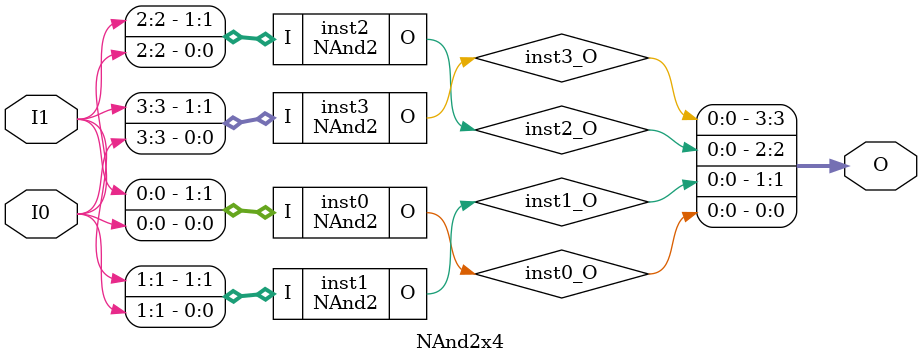
<source format=v>
module NAnd2 (input [1:0] I, output  O);
wire  inst0_O;
SB_LUT4 #(.LUT_INIT(16'h7777)) inst0 (.I0(I[0]), .I1(I[1]), .I2(1'b0), .I3(1'b0), .O(inst0_O));
assign O = inst0_O;
endmodule

module NAnd2x4 (input [3:0] I0, input [3:0] I1, output [3:0] O);
wire  inst0_O;
wire  inst1_O;
wire  inst2_O;
wire  inst3_O;
NAnd2 inst0 (.I({I1[0],I0[0]}), .O(inst0_O));
NAnd2 inst1 (.I({I1[1],I0[1]}), .O(inst1_O));
NAnd2 inst2 (.I({I1[2],I0[2]}), .O(inst2_O));
NAnd2 inst3 (.I({I1[3],I0[3]}), .O(inst3_O));
assign O = {inst3_O,inst2_O,inst1_O,inst0_O};
endmodule


</source>
